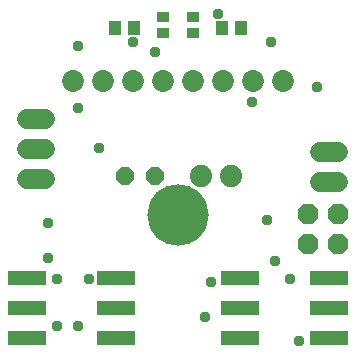
<source format=gbr>
G04 EAGLE Gerber RS-274X export*
G75*
%MOMM*%
%FSLAX34Y34*%
%LPD*%
%INSoldermask Top*%
%IPPOS*%
%AMOC8*
5,1,8,0,0,1.08239X$1,22.5*%
G01*
%ADD10C,3.203200*%
%ADD11C,5.200000*%
%ADD12P,1.649562X8X22.500000*%
%ADD13R,1.003200X1.153200*%
%ADD14C,1.883200*%
%ADD15R,1.103200X0.903200*%
%ADD16R,3.203200X1.203200*%
%ADD17C,1.853200*%
%ADD18C,1.727200*%
%ADD19P,1.869504X8X292.500000*%
%ADD20C,0.959600*%


D10*
X0Y121500D03*
D11*
X0Y121500D03*
D12*
X-45200Y155000D03*
X-19800Y155000D03*
D13*
X53000Y280000D03*
X37000Y280000D03*
X-53000Y280000D03*
X-37000Y280000D03*
D14*
X19800Y155000D03*
X45200Y155000D03*
D15*
X12500Y289000D03*
X12500Y276000D03*
X-12500Y289000D03*
X-12500Y276000D03*
D16*
X52500Y42500D03*
X127500Y42500D03*
X52500Y67900D03*
X127500Y67900D03*
X127500Y17100D03*
X52500Y17100D03*
X-127500Y42500D03*
X-52500Y42500D03*
X-127500Y67900D03*
X-52500Y67900D03*
X-52500Y17100D03*
X-127500Y17100D03*
D17*
X-88900Y235000D03*
X-63500Y235000D03*
X-38100Y235000D03*
X-12700Y235000D03*
X12700Y235000D03*
X38100Y235000D03*
X63500Y235000D03*
X88900Y235000D03*
D18*
X119880Y149800D02*
X135120Y149800D01*
X135120Y175200D02*
X119880Y175200D01*
D19*
X109800Y122700D03*
X135200Y122700D03*
X109800Y97300D03*
X135200Y97300D03*
D18*
X-112380Y202900D02*
X-127620Y202900D01*
X-127620Y177500D02*
X-112380Y177500D01*
X-112380Y152100D02*
X-127620Y152100D01*
D20*
X62500Y217500D03*
X117500Y230000D03*
X78963Y268095D03*
X33782Y291705D03*
X-66787Y178218D03*
X-84718Y212500D03*
X27500Y65000D03*
X22500Y35282D03*
X102500Y15000D03*
X-85000Y27500D03*
X-102500Y27500D03*
X-102782Y67500D03*
X-85000Y265000D03*
X-75000Y67500D03*
X94718Y67500D03*
X75000Y117500D03*
X82500Y82500D03*
X-110282Y85000D03*
X-110000Y115000D03*
X-19282Y260000D03*
X-38046Y268046D03*
M02*

</source>
